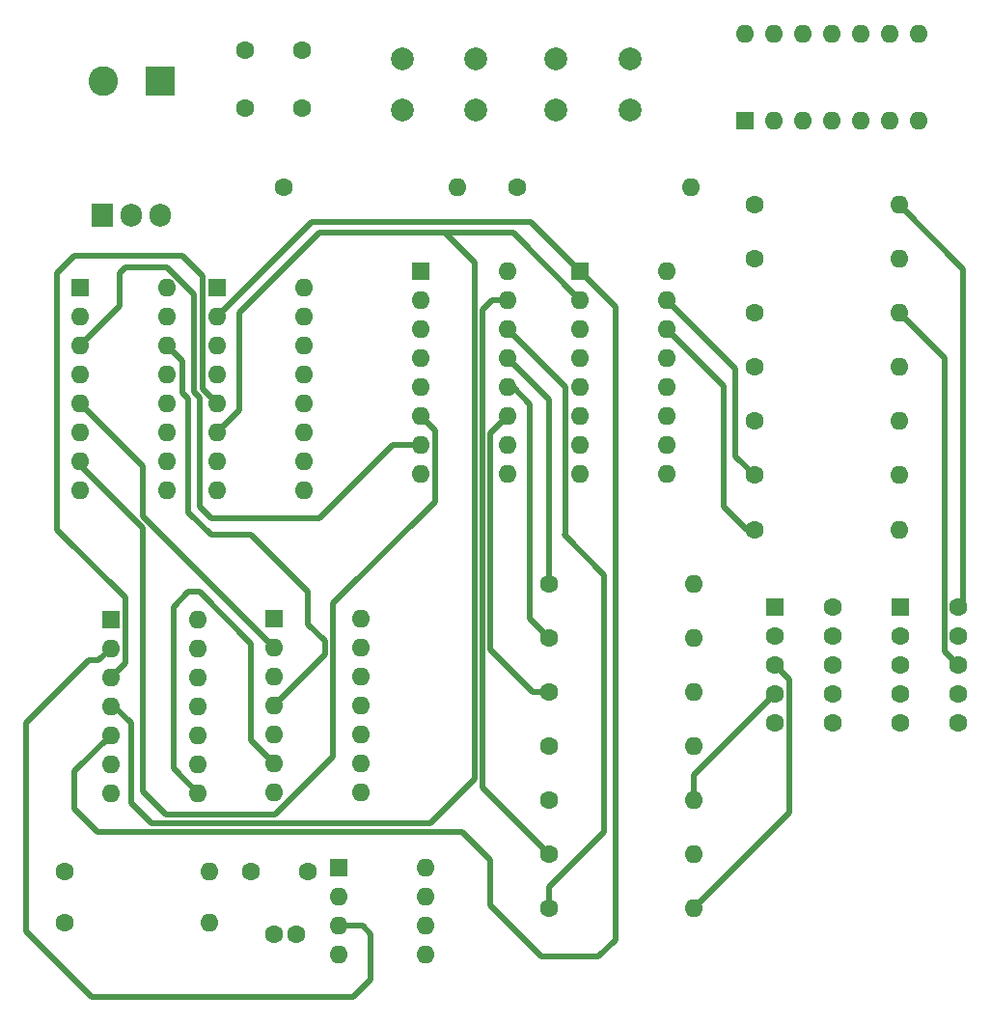
<source format=gbr>
%TF.GenerationSoftware,KiCad,Pcbnew,8.0.2*%
%TF.CreationDate,2024-05-14T19:41:18+03:00*%
%TF.ProjectId,PCB1,50434231-2e6b-4696-9361-645f70636258,rev?*%
%TF.SameCoordinates,Original*%
%TF.FileFunction,Copper,L4,Bot*%
%TF.FilePolarity,Positive*%
%FSLAX46Y46*%
G04 Gerber Fmt 4.6, Leading zero omitted, Abs format (unit mm)*
G04 Created by KiCad (PCBNEW 8.0.2) date 2024-05-14 19:41:18*
%MOMM*%
%LPD*%
G01*
G04 APERTURE LIST*
%TA.AperFunction,ComponentPad*%
%ADD10C,1.600000*%
%TD*%
%TA.AperFunction,ComponentPad*%
%ADD11O,1.600000X1.600000*%
%TD*%
%TA.AperFunction,ComponentPad*%
%ADD12R,1.600000X1.600000*%
%TD*%
%TA.AperFunction,ComponentPad*%
%ADD13C,2.000000*%
%TD*%
%TA.AperFunction,ComponentPad*%
%ADD14R,1.905000X2.000000*%
%TD*%
%TA.AperFunction,ComponentPad*%
%ADD15O,1.905000X2.000000*%
%TD*%
%TA.AperFunction,ComponentPad*%
%ADD16R,2.600000X2.600000*%
%TD*%
%TA.AperFunction,ComponentPad*%
%ADD17C,2.600000*%
%TD*%
%TA.AperFunction,Conductor*%
%ADD18C,0.500000*%
%TD*%
G04 APERTURE END LIST*
D10*
%TO.P,R3,1*%
%TO.N,Net-(U1-THR)*%
X140650000Y-119000000D03*
D11*
%TO.P,R3,2*%
%TO.N,Net-(U1-DIS)*%
X153350000Y-119000000D03*
%TD*%
D10*
%TO.P,C1,1*%
%TO.N,Net-(J1-Pin_1)*%
X156500000Y-42500000D03*
%TO.P,C1,2*%
%TO.N,GND*%
X161500000Y-42500000D03*
%TD*%
D12*
%TO.P,U5,1,B*%
%TO.N,unconnected-(U5-B-Pad1)*%
X142000000Y-63300000D03*
D11*
%TO.P,U5,2,QB*%
%TO.N,Net-(U5-QB)*%
X142000000Y-65840000D03*
%TO.P,U5,3,QA*%
%TO.N,Net-(U5-QA)*%
X142000000Y-68380000D03*
%TO.P,U5,4,DOWN*%
%TO.N,+5V*%
X142000000Y-70920000D03*
%TO.P,U5,5,UP*%
%TO.N,Net-(U5-UP)*%
X142000000Y-73460000D03*
%TO.P,U5,6,QC*%
%TO.N,Net-(U5-QC)*%
X142000000Y-76000000D03*
%TO.P,U5,7,QD*%
%TO.N,Net-(U5-QD)*%
X142000000Y-78540000D03*
%TO.P,U5,8,GND*%
%TO.N,GND*%
X142000000Y-81080000D03*
%TO.P,U5,9,D*%
%TO.N,unconnected-(U5-D-Pad9)*%
X149620000Y-81080000D03*
%TO.P,U5,10,C*%
%TO.N,unconnected-(U5-C-Pad10)*%
X149620000Y-78540000D03*
%TO.P,U5,11,~{LOAD}*%
%TO.N,unconnected-(U5-~{LOAD}-Pad11)*%
X149620000Y-76000000D03*
%TO.P,U5,12,~{CO}*%
%TO.N,unconnected-(U5-~{CO}-Pad12)*%
X149620000Y-73460000D03*
%TO.P,U5,13,~{BO}*%
%TO.N,unconnected-(U5-~{BO}-Pad13)*%
X149620000Y-70920000D03*
%TO.P,U5,14,CLR*%
%TO.N,Net-(U5-CLR)*%
X149620000Y-68380000D03*
%TO.P,U5,15,A*%
%TO.N,unconnected-(U5-A-Pad15)*%
X149620000Y-65840000D03*
%TO.P,U5,16,VCC*%
%TO.N,+5V*%
X149620000Y-63300000D03*
%TD*%
D10*
%TO.P,R18,1*%
%TO.N,Net-(U9-Qg)*%
X201150000Y-84500000D03*
D11*
%TO.P,R18,2*%
%TO.N,Net-(U11-G)*%
X213850000Y-84500000D03*
%TD*%
D10*
%TO.P,R14,1*%
%TO.N,Net-(U9-Qc)*%
X201150000Y-65500000D03*
D11*
%TO.P,R14,2*%
%TO.N,Net-(U11-C)*%
X213850000Y-65500000D03*
%TD*%
D10*
%TO.P,R5,1*%
%TO.N,Net-(U8-Qa)*%
X183150000Y-89250000D03*
D11*
%TO.P,R5,2*%
%TO.N,Net-(U10-A)*%
X195850000Y-89250000D03*
%TD*%
D10*
%TO.P,R8,1*%
%TO.N,Net-(U8-Qd)*%
X183150000Y-103500000D03*
D11*
%TO.P,R8,2*%
%TO.N,Net-(U10-D)*%
X195850000Y-103500000D03*
%TD*%
D10*
%TO.P,R13,1*%
%TO.N,Net-(U9-Qb)*%
X201150000Y-60750000D03*
D11*
%TO.P,R13,2*%
%TO.N,Net-(U11-B)*%
X213850000Y-60750000D03*
%TD*%
D10*
%TO.P,R6,1*%
%TO.N,Net-(U8-Qb)*%
X183150000Y-94000000D03*
D11*
%TO.P,R6,2*%
%TO.N,Net-(U10-B)*%
X195850000Y-94000000D03*
%TD*%
D10*
%TO.P,C4,1*%
%TO.N,+5V*%
X159000000Y-120000000D03*
%TO.P,C4,2*%
%TO.N,Net-(C3-Pad2)*%
X161000000Y-120000000D03*
%TD*%
D13*
%TO.P,SW1,1,1*%
%TO.N,+5V*%
X170250000Y-43250000D03*
X176750000Y-43250000D03*
%TO.P,SW1,2,2*%
%TO.N,Net-(U2A-C)*%
X170250000Y-47750000D03*
X176750000Y-47750000D03*
%TD*%
D12*
%TO.P,U6,1,B*%
%TO.N,unconnected-(U6-B-Pad1)*%
X154000000Y-63300000D03*
D11*
%TO.P,U6,2,QB*%
%TO.N,Net-(U6-QB)*%
X154000000Y-65840000D03*
%TO.P,U6,3,QA*%
%TO.N,Net-(U6-QA)*%
X154000000Y-68380000D03*
%TO.P,U6,4,DOWN*%
%TO.N,+5V*%
X154000000Y-70920000D03*
%TO.P,U6,5,UP*%
%TO.N,Net-(U6-UP)*%
X154000000Y-73460000D03*
%TO.P,U6,6,QC*%
%TO.N,Net-(U6-QC)*%
X154000000Y-76000000D03*
%TO.P,U6,7,QD*%
%TO.N,Net-(U6-QD)*%
X154000000Y-78540000D03*
%TO.P,U6,8,GND*%
%TO.N,GND*%
X154000000Y-81080000D03*
%TO.P,U6,9,D*%
%TO.N,unconnected-(U6-D-Pad9)*%
X161620000Y-81080000D03*
%TO.P,U6,10,C*%
%TO.N,unconnected-(U6-C-Pad10)*%
X161620000Y-78540000D03*
%TO.P,U6,11,~{LOAD}*%
%TO.N,unconnected-(U6-~{LOAD}-Pad11)*%
X161620000Y-76000000D03*
%TO.P,U6,12,~{CO}*%
%TO.N,unconnected-(U6-~{CO}-Pad12)*%
X161620000Y-73460000D03*
%TO.P,U6,13,~{BO}*%
%TO.N,unconnected-(U6-~{BO}-Pad13)*%
X161620000Y-70920000D03*
%TO.P,U6,14,CLR*%
%TO.N,Net-(U6-CLR)*%
X161620000Y-68380000D03*
%TO.P,U6,15,A*%
%TO.N,unconnected-(U6-A-Pad15)*%
X161620000Y-65840000D03*
%TO.P,U6,16,VCC*%
%TO.N,+5V*%
X161620000Y-63300000D03*
%TD*%
D10*
%TO.P,R15,1*%
%TO.N,Net-(U9-Qd)*%
X201150000Y-70250000D03*
D11*
%TO.P,R15,2*%
%TO.N,Net-(U11-D)*%
X213850000Y-70250000D03*
%TD*%
D10*
%TO.P,R1,1*%
%TO.N,GND*%
X159880000Y-54500000D03*
D11*
%TO.P,R1,2*%
%TO.N,Net-(U2A-C)*%
X175120000Y-54500000D03*
%TD*%
D12*
%TO.P,U11,1,CC*%
%TO.N,GND*%
X214000000Y-91340000D03*
D10*
%TO.P,U11,2,F*%
%TO.N,Net-(U11-F)*%
X214000000Y-93880000D03*
%TO.P,U11,3,G*%
%TO.N,Net-(U11-G)*%
X214000000Y-96420000D03*
%TO.P,U11,4,E*%
%TO.N,Net-(U11-E)*%
X214000000Y-98960000D03*
%TO.P,U11,5,D*%
%TO.N,Net-(U11-D)*%
X214000000Y-101500000D03*
%TO.P,U11,6,CC*%
%TO.N,GND*%
X219080000Y-101500000D03*
%TO.P,U11,7,DP*%
%TO.N,unconnected-(U11-DP-Pad7)*%
X219080000Y-98960000D03*
%TO.P,U11,8,C*%
%TO.N,Net-(U11-C)*%
X219080000Y-96420000D03*
%TO.P,U11,9,B*%
%TO.N,Net-(U11-B)*%
X219080000Y-93880000D03*
%TO.P,U11,10,A*%
%TO.N,Net-(U11-A)*%
X219080000Y-91340000D03*
%TD*%
%TO.P,R10,1*%
%TO.N,Net-(U8-Qf)*%
X183150000Y-113000000D03*
D11*
%TO.P,R10,2*%
%TO.N,Net-(U10-F)*%
X195850000Y-113000000D03*
%TD*%
D12*
%TO.P,U3,1*%
%TO.N,Net-(U2A-Q)*%
X144700000Y-92375000D03*
D11*
%TO.P,U3,2*%
%TO.N,Net-(U1-Q)*%
X144700000Y-94915000D03*
%TO.P,U3,3*%
%TO.N,Net-(U6-UP)*%
X144700000Y-97455000D03*
%TO.P,U3,4*%
%TO.N,Net-(U6-QC)*%
X144700000Y-99995000D03*
%TO.P,U3,5*%
%TO.N,Net-(U6-QB)*%
X144700000Y-102535000D03*
%TO.P,U3,6*%
%TO.N,Net-(U5-UP)*%
X144700000Y-105075000D03*
%TO.P,U3,7,GND*%
%TO.N,GND*%
X144700000Y-107615000D03*
%TO.P,U3,8*%
%TO.N,Net-(U3-Pad8)*%
X152320000Y-107615000D03*
%TO.P,U3,9*%
%TO.N,Net-(U5-QC)*%
X152320000Y-105075000D03*
%TO.P,U3,10*%
%TO.N,Net-(U5-QB)*%
X152320000Y-102535000D03*
%TO.P,U3,11*%
%TO.N,unconnected-(U3-Pad11)*%
X152320000Y-99995000D03*
%TO.P,U3,12*%
%TO.N,unconnected-(U3-Pad12)*%
X152320000Y-97455000D03*
%TO.P,U3,13*%
%TO.N,unconnected-(U3-Pad13)*%
X152320000Y-94915000D03*
%TO.P,U3,14,VCC*%
%TO.N,+5V*%
X152320000Y-92375000D03*
%TD*%
D10*
%TO.P,R11,1*%
%TO.N,Net-(U8-Qg)*%
X183150000Y-117750000D03*
D11*
%TO.P,R11,2*%
%TO.N,Net-(U10-G)*%
X195850000Y-117750000D03*
%TD*%
D12*
%TO.P,U7,1*%
%TO.N,Net-(R4-Pad1)*%
X159000000Y-92300000D03*
D11*
%TO.P,U7,2*%
%TO.N,Net-(U5-UP)*%
X159000000Y-94840000D03*
%TO.P,U7,3*%
%TO.N,Net-(U6-CLR)*%
X159000000Y-97380000D03*
%TO.P,U7,4*%
%TO.N,Net-(U5-CLR)*%
X159000000Y-99920000D03*
%TO.P,U7,5*%
%TO.N,Net-(R4-Pad1)*%
X159000000Y-102460000D03*
%TO.P,U7,6*%
%TO.N,Net-(U3-Pad8)*%
X159000000Y-105000000D03*
%TO.P,U7,7,VSS*%
%TO.N,+5V*%
X159000000Y-107540000D03*
%TO.P,U7,8*%
%TO.N,unconnected-(U7-Pad8)*%
X166620000Y-107540000D03*
%TO.P,U7,9*%
%TO.N,unconnected-(U7-Pad9)*%
X166620000Y-105000000D03*
%TO.P,U7,10*%
%TO.N,unconnected-(U7-Pad10)*%
X166620000Y-102460000D03*
%TO.P,U7,11*%
%TO.N,unconnected-(U7-Pad11)*%
X166620000Y-99920000D03*
%TO.P,U7,12*%
%TO.N,unconnected-(U7-Pad12)*%
X166620000Y-97380000D03*
%TO.P,U7,13*%
%TO.N,unconnected-(U7-Pad13)*%
X166620000Y-94840000D03*
%TO.P,U7,14,VDD*%
%TO.N,GND*%
X166620000Y-92300000D03*
%TD*%
D10*
%TO.P,C3,1*%
%TO.N,Net-(U1-CV)*%
X157000000Y-114500000D03*
%TO.P,C3,2*%
%TO.N,Net-(C3-Pad2)*%
X162000000Y-114500000D03*
%TD*%
%TO.P,R4,1*%
%TO.N,Net-(R4-Pad1)*%
X180380000Y-54500000D03*
D11*
%TO.P,R4,2*%
%TO.N,GND*%
X195620000Y-54500000D03*
%TD*%
D10*
%TO.P,R12,1*%
%TO.N,Net-(U9-Qa)*%
X201150000Y-56000000D03*
D11*
%TO.P,R12,2*%
%TO.N,Net-(U11-A)*%
X213850000Y-56000000D03*
%TD*%
D12*
%TO.P,U2,1,C*%
%TO.N,unconnected-(U2B-C-Pad1)*%
X200300000Y-48620000D03*
D11*
%TO.P,U2,2,~{R}*%
%TO.N,unconnected-(U2B-~{R}-Pad2)*%
X202840000Y-48620000D03*
%TO.P,U2,3,K*%
%TO.N,unconnected-(U2B-K-Pad3)*%
X205380000Y-48620000D03*
%TO.P,U2,4,VCC*%
%TO.N,+5V*%
X207920000Y-48620000D03*
%TO.P,U2,5,C*%
%TO.N,Net-(U2A-C)*%
X210460000Y-48620000D03*
%TO.P,U2,6,~{R}*%
%TO.N,+5V*%
X213000000Y-48620000D03*
%TO.P,U2,7,J*%
X215540000Y-48620000D03*
%TO.P,U2,8,~{Q}*%
%TO.N,unconnected-(U2A-~{Q}-Pad8)*%
X215540000Y-41000000D03*
%TO.P,U2,9,Q*%
%TO.N,Net-(U2A-Q)*%
X213000000Y-41000000D03*
%TO.P,U2,10,K*%
%TO.N,+5V*%
X210460000Y-41000000D03*
%TO.P,U2,11,GND*%
%TO.N,GND*%
X207920000Y-41000000D03*
%TO.P,U2,12,Q*%
%TO.N,unconnected-(U2B-Q-Pad12)*%
X205380000Y-41000000D03*
%TO.P,U2,13,~{Q}*%
%TO.N,unconnected-(U2B-~{Q}-Pad13)*%
X202840000Y-41000000D03*
%TO.P,U2,14,J*%
%TO.N,unconnected-(U2B-J-Pad14)*%
X200300000Y-41000000D03*
%TD*%
D10*
%TO.P,R17,1*%
%TO.N,Net-(U9-Qf)*%
X201150000Y-79750000D03*
D11*
%TO.P,R17,2*%
%TO.N,Net-(U11-F)*%
X213850000Y-79750000D03*
%TD*%
D13*
%TO.P,SW2,1,1*%
%TO.N,+5V*%
X183750000Y-43250000D03*
X190250000Y-43250000D03*
%TO.P,SW2,2,2*%
%TO.N,Net-(R4-Pad1)*%
X183750000Y-47750000D03*
X190250000Y-47750000D03*
%TD*%
D10*
%TO.P,R9,1*%
%TO.N,Net-(U8-Qe)*%
X183150000Y-108250000D03*
D11*
%TO.P,R9,2*%
%TO.N,Net-(U10-E)*%
X195850000Y-108250000D03*
%TD*%
D14*
%TO.P,U4,1,IN*%
%TO.N,Net-(J1-Pin_1)*%
X143960000Y-56945000D03*
D15*
%TO.P,U4,2,GND*%
%TO.N,GND*%
X146500000Y-56945000D03*
%TO.P,U4,3,OUT*%
%TO.N,+5V*%
X149040000Y-56945000D03*
%TD*%
D10*
%TO.P,R2,1*%
%TO.N,Net-(U1-DIS)*%
X140650000Y-114500000D03*
D11*
%TO.P,R2,2*%
%TO.N,+5V*%
X153350000Y-114500000D03*
%TD*%
D10*
%TO.P,C2,1*%
%TO.N,+5V*%
X156500000Y-47500000D03*
%TO.P,C2,2*%
%TO.N,GND*%
X161500000Y-47500000D03*
%TD*%
D12*
%TO.P,U10,1,CC*%
%TO.N,GND*%
X203000000Y-91300000D03*
D10*
%TO.P,U10,2,F*%
%TO.N,Net-(U10-F)*%
X203000000Y-93840000D03*
%TO.P,U10,3,G*%
%TO.N,Net-(U10-G)*%
X203000000Y-96380000D03*
%TO.P,U10,4,E*%
%TO.N,Net-(U10-E)*%
X203000000Y-98920000D03*
%TO.P,U10,5,D*%
%TO.N,Net-(U10-D)*%
X203000000Y-101460000D03*
%TO.P,U10,6,CC*%
%TO.N,GND*%
X208080000Y-101460000D03*
%TO.P,U10,7,DP*%
%TO.N,unconnected-(U10-DP-Pad7)*%
X208080000Y-98920000D03*
%TO.P,U10,8,C*%
%TO.N,Net-(U10-C)*%
X208080000Y-96380000D03*
%TO.P,U10,9,B*%
%TO.N,Net-(U10-B)*%
X208080000Y-93840000D03*
%TO.P,U10,10,A*%
%TO.N,Net-(U10-A)*%
X208080000Y-91300000D03*
%TD*%
%TO.P,R7,1*%
%TO.N,Net-(U8-Qc)*%
X183150000Y-98750000D03*
D11*
%TO.P,R7,2*%
%TO.N,Net-(U10-C)*%
X195850000Y-98750000D03*
%TD*%
D12*
%TO.P,U1,1,GND*%
%TO.N,GND*%
X164700000Y-114200000D03*
D11*
%TO.P,U1,2,TR*%
%TO.N,Net-(U1-THR)*%
X164700000Y-116740000D03*
%TO.P,U1,3,Q*%
%TO.N,Net-(U1-Q)*%
X164700000Y-119280000D03*
%TO.P,U1,4,R*%
%TO.N,+5V*%
X164700000Y-121820000D03*
%TO.P,U1,5,CV*%
%TO.N,Net-(U1-CV)*%
X172320000Y-121820000D03*
%TO.P,U1,6,THR*%
%TO.N,Net-(U1-THR)*%
X172320000Y-119280000D03*
%TO.P,U1,7,DIS*%
%TO.N,Net-(U1-DIS)*%
X172320000Y-116740000D03*
%TO.P,U1,8,VCC*%
%TO.N,+5V*%
X172320000Y-114200000D03*
%TD*%
D10*
%TO.P,R16,1*%
%TO.N,Net-(U9-Qe)*%
X201150000Y-75000000D03*
D11*
%TO.P,R16,2*%
%TO.N,Net-(U11-E)*%
X213850000Y-75000000D03*
%TD*%
D16*
%TO.P,J1,1,Pin_1*%
%TO.N,Net-(J1-Pin_1)*%
X149000000Y-45195000D03*
D17*
%TO.P,J1,2,Pin_2*%
%TO.N,GND*%
X144000000Y-45195000D03*
%TD*%
D12*
%TO.P,U8,1,DB*%
%TO.N,Net-(U5-QB)*%
X171880000Y-61840000D03*
D11*
%TO.P,U8,2,DC*%
%TO.N,Net-(U5-QC)*%
X171880000Y-64380000D03*
%TO.P,U8,3,~{LT}*%
%TO.N,+5V*%
X171880000Y-66920000D03*
%TO.P,U8,4,~{BI}*%
X171880000Y-69460000D03*
%TO.P,U8,5,~{EL}*%
%TO.N,GND*%
X171880000Y-72000000D03*
%TO.P,U8,6,DD*%
%TO.N,Net-(U5-QD)*%
X171880000Y-74540000D03*
%TO.P,U8,7,DA*%
%TO.N,Net-(U5-QA)*%
X171880000Y-77080000D03*
%TO.P,U8,8,Vss*%
%TO.N,GND*%
X171880000Y-79620000D03*
%TO.P,U8,9,Qe*%
%TO.N,Net-(U8-Qe)*%
X179500000Y-79620000D03*
%TO.P,U8,10,Qd*%
%TO.N,Net-(U8-Qd)*%
X179500000Y-77080000D03*
%TO.P,U8,11,Qc*%
%TO.N,Net-(U8-Qc)*%
X179500000Y-74540000D03*
%TO.P,U8,12,Qb*%
%TO.N,Net-(U8-Qb)*%
X179500000Y-72000000D03*
%TO.P,U8,13,Qa*%
%TO.N,Net-(U8-Qa)*%
X179500000Y-69460000D03*
%TO.P,U8,14,Qg*%
%TO.N,Net-(U8-Qg)*%
X179500000Y-66920000D03*
%TO.P,U8,15,Qf*%
%TO.N,Net-(U8-Qf)*%
X179500000Y-64380000D03*
%TO.P,U8,16,Vdd*%
%TO.N,+5V*%
X179500000Y-61840000D03*
%TD*%
%TO.P,U9,16,Vdd*%
%TO.N,+5V*%
X193500000Y-61840000D03*
%TO.P,U9,15,Qf*%
%TO.N,Net-(U9-Qf)*%
X193500000Y-64380000D03*
%TO.P,U9,14,Qg*%
%TO.N,Net-(U9-Qg)*%
X193500000Y-66920000D03*
%TO.P,U9,13,Qa*%
%TO.N,Net-(U9-Qa)*%
X193500000Y-69460000D03*
%TO.P,U9,12,Qb*%
%TO.N,Net-(U9-Qb)*%
X193500000Y-72000000D03*
%TO.P,U9,11,Qc*%
%TO.N,Net-(U9-Qc)*%
X193500000Y-74540000D03*
%TO.P,U9,10,Qd*%
%TO.N,Net-(U9-Qd)*%
X193500000Y-77080000D03*
%TO.P,U9,9,Qe*%
%TO.N,Net-(U9-Qe)*%
X193500000Y-79620000D03*
%TO.P,U9,8,Vss*%
%TO.N,GND*%
X185880000Y-79620000D03*
%TO.P,U9,7,DA*%
%TO.N,Net-(U6-QA)*%
X185880000Y-77080000D03*
%TO.P,U9,6,DD*%
%TO.N,Net-(U6-QD)*%
X185880000Y-74540000D03*
%TO.P,U9,5,~{EL}*%
%TO.N,GND*%
X185880000Y-72000000D03*
%TO.P,U9,4,~{BI}*%
%TO.N,+5V*%
X185880000Y-69460000D03*
%TO.P,U9,3,~{LT}*%
X185880000Y-66920000D03*
%TO.P,U9,2,DC*%
%TO.N,Net-(U6-QC)*%
X185880000Y-64380000D03*
D12*
%TO.P,U9,1,DB*%
%TO.N,Net-(U6-QB)*%
X185880000Y-61840000D03*
%TD*%
D18*
%TO.N,Net-(U5-QD)*%
X142000000Y-78829950D02*
X142000000Y-78540000D01*
X147500000Y-84329950D02*
X142000000Y-78829950D01*
X159100000Y-109500000D02*
X149500000Y-109500000D01*
X164200000Y-104400000D02*
X159100000Y-109500000D01*
X164200000Y-91010050D02*
X164200000Y-104400000D01*
X173130000Y-75790000D02*
X173130000Y-82080050D01*
X149500000Y-109500000D02*
X147500000Y-107500000D01*
X147500000Y-107500000D02*
X147500000Y-84329950D01*
X173130000Y-82080050D02*
X164200000Y-91010050D01*
X171880000Y-74540000D02*
X173130000Y-75790000D01*
%TO.N,Net-(U6-QC)*%
X174000000Y-58500000D02*
X170500000Y-58500000D01*
X172700000Y-110300000D02*
X176600000Y-106400000D01*
X148300000Y-110300000D02*
X172700000Y-110300000D01*
X146500000Y-108500000D02*
X148300000Y-110300000D01*
X146500000Y-101500000D02*
X146500000Y-108500000D01*
X176600000Y-106400000D02*
X176600000Y-61100000D01*
X144995000Y-99995000D02*
X146500000Y-101500000D01*
X144700000Y-99995000D02*
X144995000Y-99995000D01*
X176600000Y-61100000D02*
X174000000Y-58500000D01*
%TO.N,Net-(U6-QB)*%
X189000000Y-120500000D02*
X189000000Y-64960000D01*
X187500000Y-122000000D02*
X189000000Y-120500000D01*
X182500000Y-122000000D02*
X187500000Y-122000000D01*
X175500000Y-111000000D02*
X178000000Y-113500000D01*
X143500000Y-111000000D02*
X175500000Y-111000000D01*
X141500000Y-109000000D02*
X143500000Y-111000000D01*
X141500000Y-105735000D02*
X141500000Y-109000000D01*
X178000000Y-117500000D02*
X182500000Y-122000000D01*
X189000000Y-64960000D02*
X185880000Y-61840000D01*
X178000000Y-113500000D02*
X178000000Y-117500000D01*
X144700000Y-102535000D02*
X141500000Y-105735000D01*
%TO.N,Net-(U5-QA)*%
X145500000Y-62000000D02*
X145500000Y-64880000D01*
X146000000Y-61500000D02*
X145500000Y-62000000D01*
X149587767Y-61500000D02*
X146000000Y-61500000D01*
X152500000Y-72949950D02*
X152000000Y-72449950D01*
X152500000Y-82500000D02*
X152500000Y-72949950D01*
X153500000Y-83500000D02*
X152500000Y-82500000D01*
X145500000Y-64880000D02*
X142000000Y-68380000D01*
X152000000Y-63912233D02*
X149587767Y-61500000D01*
X163000000Y-83500000D02*
X153500000Y-83500000D01*
X169420000Y-77080000D02*
X163000000Y-83500000D01*
X171880000Y-77080000D02*
X169420000Y-77080000D01*
X152000000Y-72449950D02*
X152000000Y-63912233D01*
%TO.N,Net-(U6-UP)*%
X152750000Y-72210000D02*
X154000000Y-73460000D01*
X152750000Y-62250000D02*
X152750000Y-72210000D01*
X140000000Y-62000000D02*
X141500000Y-60500000D01*
X140000000Y-84500000D02*
X140000000Y-62000000D01*
X141500000Y-60500000D02*
X151000000Y-60500000D01*
X145950000Y-90450000D02*
X140000000Y-84500000D01*
X151000000Y-60500000D02*
X152750000Y-62250000D01*
X145950000Y-96205000D02*
X145950000Y-90450000D01*
X144700000Y-97455000D02*
X145950000Y-96205000D01*
%TO.N,Net-(U5-CLR)*%
X151000000Y-69760000D02*
X149620000Y-68380000D01*
X151000000Y-72549950D02*
X151000000Y-69760000D01*
X157000000Y-85000000D02*
X153500000Y-85000000D01*
X153500000Y-85000000D02*
X151500000Y-83000000D01*
X162000000Y-92800000D02*
X162000000Y-90000000D01*
X163500000Y-94300000D02*
X162000000Y-92800000D01*
X163500000Y-95420000D02*
X163500000Y-94300000D01*
X162000000Y-90000000D02*
X157000000Y-85000000D01*
X151500000Y-83000000D02*
X151500000Y-73049950D01*
X151500000Y-73049950D02*
X151000000Y-72549950D01*
X159000000Y-99920000D02*
X163500000Y-95420000D01*
%TO.N,Net-(U3-Pad8)*%
X157000000Y-94500000D02*
X157000000Y-103000000D01*
X152500000Y-90000000D02*
X157000000Y-94500000D01*
X157000000Y-103000000D02*
X159000000Y-105000000D01*
X151500000Y-90000000D02*
X152500000Y-90000000D01*
X152320000Y-107615000D02*
X150200000Y-105495000D01*
X150200000Y-105495000D02*
X150200000Y-91300000D01*
X150200000Y-91300000D02*
X151500000Y-90000000D01*
%TO.N,Net-(U5-UP)*%
X147500000Y-83340000D02*
X159000000Y-94840000D01*
X147500000Y-78960000D02*
X147500000Y-83340000D01*
X142000000Y-73460000D02*
X147500000Y-78960000D01*
%TO.N,Net-(U8-Qf)*%
X177300000Y-107150000D02*
X183150000Y-113000000D01*
X177300000Y-65200000D02*
X177300000Y-107150000D01*
X178120000Y-64380000D02*
X177300000Y-65200000D01*
X179500000Y-64380000D02*
X178120000Y-64380000D01*
%TO.N,Net-(U6-QC)*%
X170500000Y-58500000D02*
X163000000Y-58500000D01*
X180000000Y-58500000D02*
X170500000Y-58500000D01*
%TO.N,Net-(U1-Q)*%
X143615000Y-96000000D02*
X144700000Y-94915000D01*
X142800000Y-96000000D02*
X143615000Y-96000000D01*
X137300000Y-101500000D02*
X142800000Y-96000000D01*
X137300000Y-119800000D02*
X137300000Y-101500000D01*
X143000000Y-125500000D02*
X137300000Y-119800000D01*
X166000000Y-125500000D02*
X143000000Y-125500000D01*
X167500000Y-124000000D02*
X166000000Y-125500000D01*
X167500000Y-120000000D02*
X167500000Y-124000000D01*
X164700000Y-119280000D02*
X166780000Y-119280000D01*
X166780000Y-119280000D02*
X167500000Y-120000000D01*
%TO.N,Net-(U6-QC)*%
X156000000Y-74000000D02*
X154000000Y-76000000D01*
X156000000Y-65500000D02*
X156000000Y-74000000D01*
X163000000Y-58500000D02*
X156000000Y-65500000D01*
X185880000Y-64380000D02*
X180000000Y-58500000D01*
%TO.N,Net-(U6-QB)*%
X181540000Y-57500000D02*
X162340000Y-57500000D01*
X185880000Y-61840000D02*
X181540000Y-57500000D01*
X162340000Y-57500000D02*
X154000000Y-65840000D01*
%TO.N,Net-(U8-Qc)*%
X181750000Y-98750000D02*
X183150000Y-98750000D01*
X178000000Y-95000000D02*
X181750000Y-98750000D01*
X178000000Y-76040000D02*
X178000000Y-95000000D01*
X179500000Y-74540000D02*
X178000000Y-76040000D01*
%TO.N,Net-(U8-Qg)*%
X183150000Y-115850000D02*
X183150000Y-117750000D01*
X188000000Y-111000000D02*
X183150000Y-115850000D01*
X188000000Y-88500000D02*
X188000000Y-111000000D01*
X184500000Y-85000000D02*
X188000000Y-88500000D01*
X184630000Y-84870000D02*
X184500000Y-85000000D01*
X184630000Y-72050000D02*
X184630000Y-84870000D01*
X179500000Y-66920000D02*
X184630000Y-72050000D01*
%TO.N,Net-(U8-Qb)*%
X180000000Y-72000000D02*
X179500000Y-72000000D01*
X181500000Y-92350000D02*
X181500000Y-73500000D01*
X183150000Y-94000000D02*
X181500000Y-92350000D01*
X181500000Y-73500000D02*
X180000000Y-72000000D01*
%TO.N,Net-(U8-Qa)*%
X183150000Y-73110000D02*
X179500000Y-69460000D01*
X183150000Y-89250000D02*
X183150000Y-73110000D01*
%TO.N,Net-(U10-G)*%
X204250000Y-109350000D02*
X195850000Y-117750000D01*
X204250000Y-97630000D02*
X204250000Y-109350000D01*
X203000000Y-96380000D02*
X204250000Y-97630000D01*
%TO.N,Net-(U10-E)*%
X195850000Y-106070000D02*
X195850000Y-108250000D01*
X203000000Y-98920000D02*
X195850000Y-106070000D01*
%TO.N,Net-(U9-Qg)*%
X200500000Y-84500000D02*
X201150000Y-84500000D01*
X198500000Y-82500000D02*
X200500000Y-84500000D01*
X193500000Y-66920000D02*
X198500000Y-71920000D01*
X198500000Y-71920000D02*
X198500000Y-82500000D01*
%TO.N,Net-(U9-Qf)*%
X199500000Y-78100000D02*
X201150000Y-79750000D01*
X193500000Y-64380000D02*
X199500000Y-70380000D01*
X199500000Y-70380000D02*
X199500000Y-78100000D01*
%TO.N,Net-(U11-A)*%
X219500000Y-90920000D02*
X219080000Y-91340000D01*
X219500000Y-61650000D02*
X219500000Y-90920000D01*
X213850000Y-56000000D02*
X219500000Y-61650000D01*
%TO.N,Net-(U11-C)*%
X217830000Y-95170000D02*
X219080000Y-96420000D01*
X217830000Y-69480000D02*
X217830000Y-95170000D01*
X213850000Y-65500000D02*
X217830000Y-69480000D01*
%TD*%
M02*

</source>
